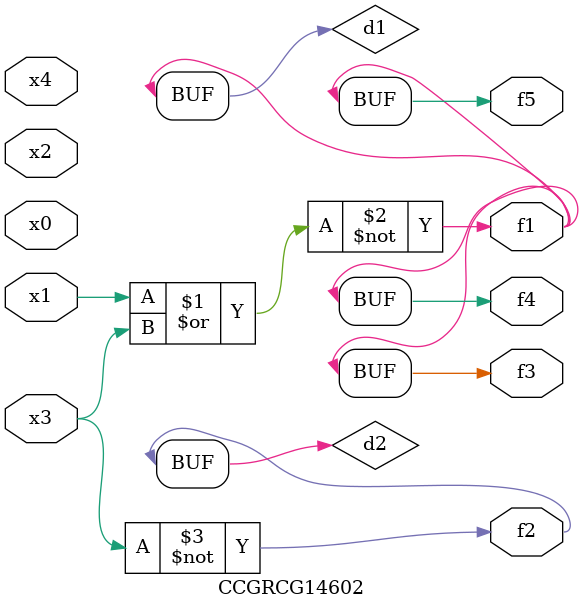
<source format=v>
module CCGRCG14602(
	input x0, x1, x2, x3, x4,
	output f1, f2, f3, f4, f5
);

	wire d1, d2;

	nor (d1, x1, x3);
	not (d2, x3);
	assign f1 = d1;
	assign f2 = d2;
	assign f3 = d1;
	assign f4 = d1;
	assign f5 = d1;
endmodule

</source>
